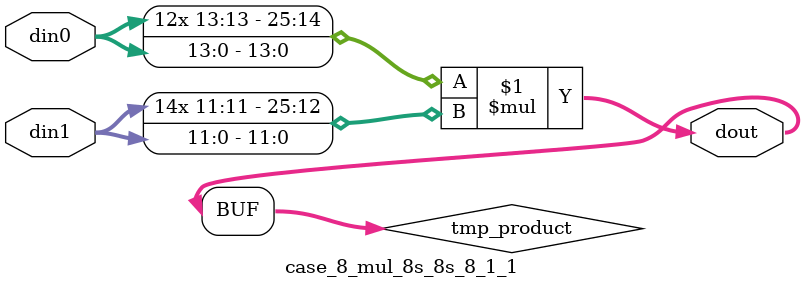
<source format=v>

`timescale 1 ns / 1 ps

 module case_8_mul_8s_8s_8_1_1(din0, din1, dout);
parameter ID = 1;
parameter NUM_STAGE = 0;
parameter din0_WIDTH = 14;
parameter din1_WIDTH = 12;
parameter dout_WIDTH = 26;

input [din0_WIDTH - 1 : 0] din0; 
input [din1_WIDTH - 1 : 0] din1; 
output [dout_WIDTH - 1 : 0] dout;

wire signed [dout_WIDTH - 1 : 0] tmp_product;



























assign tmp_product = $signed(din0) * $signed(din1);








assign dout = tmp_product;





















endmodule

</source>
